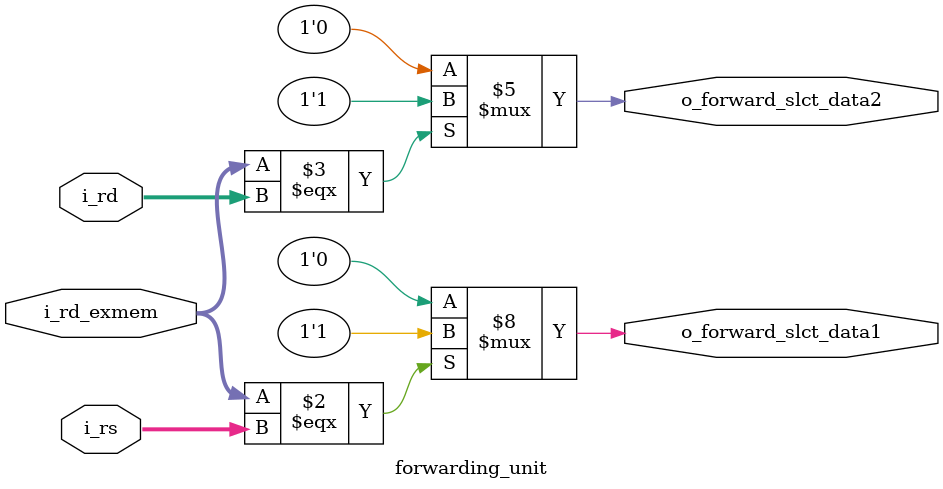
<source format=v>
/**
* This module is responsible forwarding the output from
* the alu/memory to the next alu/memory.
* =============================================
* Test Status = OK
*/
module forwarding_unit (
    input [2:0] i_rs,  // the data1 regeister
    input [2:0] i_rd,  // the data2 register
    input [2:0] i_rd_exmem,  // the register we will write back into the next stage
    output reg o_forward_slct_data1,  // A selector for the first mux before the alu
    output reg o_forward_slct_data2  // A selector for the second mux before the alu
);
  always @(*) begin
    if (i_rd_exmem === i_rs) o_forward_slct_data1 = 1'b1;
    else o_forward_slct_data1 = 1'b0;
    if (i_rd_exmem === i_rd) o_forward_slct_data2 = 1'b1;
    else o_forward_slct_data2 = 1'b0;
  end
endmodule
// mini do file
/*
vsim work.alu
add wave sim:/forwarding_unit/*
force -freeze sim:/forwarding_unit/i_rs 010 0
force -freeze sim:/forwarding_unit/i_rd 011 0
force -freeze sim:/forwarding_unit/i_rd_exmem 010 0
run
*/

</source>
